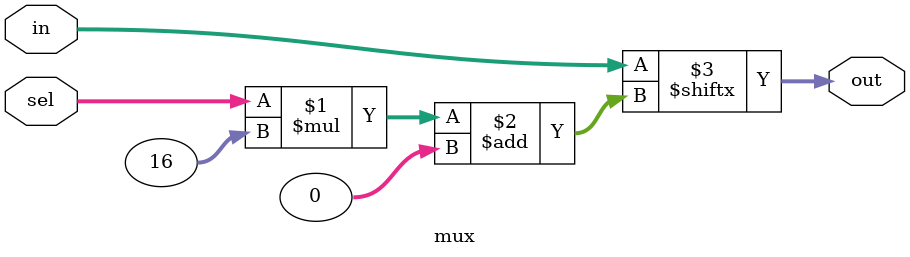
<source format=v>
module mux #(
    parameter WIDTH = 16,     // Data width
    parameter N = 4           // Number of inputs
)(
    input wire [N*WIDTH-1:0] in, // Flattened input bus
    input wire [$clog2(N)-1:0] sel,
    output wire [WIDTH-1:0] out
);

    assign out = in[sel*WIDTH +: WIDTH];

endmodule

</source>
